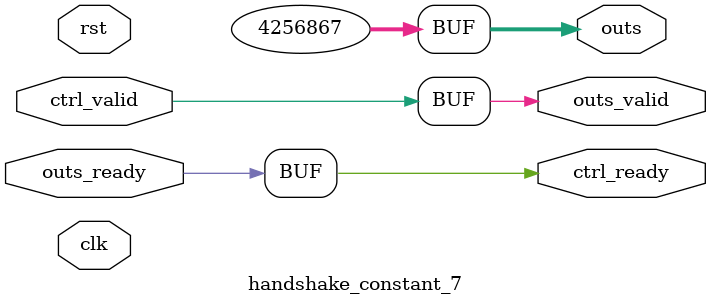
<source format=v>
`timescale 1ns / 1ps
module handshake_constant_7 #(
  parameter DATA_WIDTH = 32  // Default set to 32 bits
) (
  input                       clk,
  input                       rst,
  // Input Channel
  input                       ctrl_valid,
  output                      ctrl_ready,
  // Output Channel
  output [DATA_WIDTH - 1 : 0] outs,
  output                      outs_valid,
  input                       outs_ready
);
  assign outs       = 24'b010000001111010001100011;
  assign outs_valid = ctrl_valid;
  assign ctrl_ready = outs_ready;

endmodule

</source>
